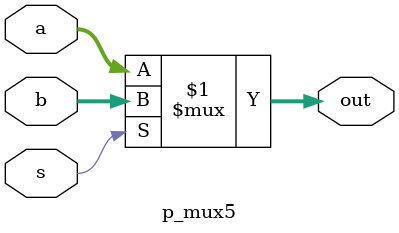
<source format=v>
module p_mux5(a,b,s,out);
		input [4:0]a, b;
		input s;
		output [4:0]out;
		
		assign out[4:0] = s ? b[4:0]: a[4:0];
endmodule
</source>
